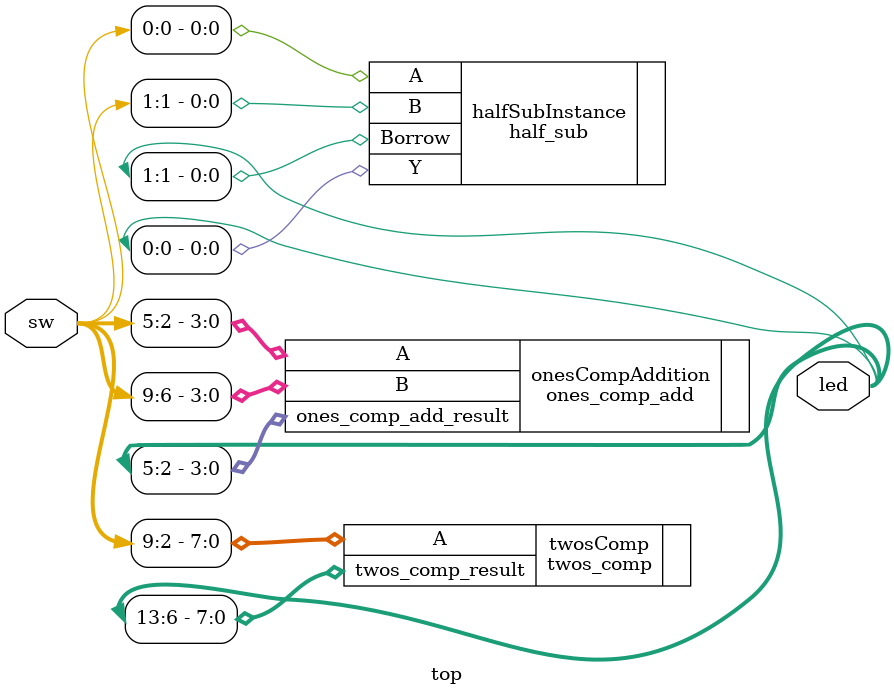
<source format=v>
module top (
    input [9:0] sw,
    output [13:0] led
);

    half_sub halfSubInstance (
        .A(sw[0]),
        .B(sw[1]),
        .Y(led[0]),
        .Borrow(led[1])
    );
    
    ones_comp_add onesCompAddition (
        .A(sw[5:2]),
        .B(sw[9:6]),
        .ones_comp_add_result(led[5:2])
    );
    
    twos_comp twosComp (
        .A(sw[9:2]),
        .twos_comp_result(led[13:6])
    );

endmodule
</source>
